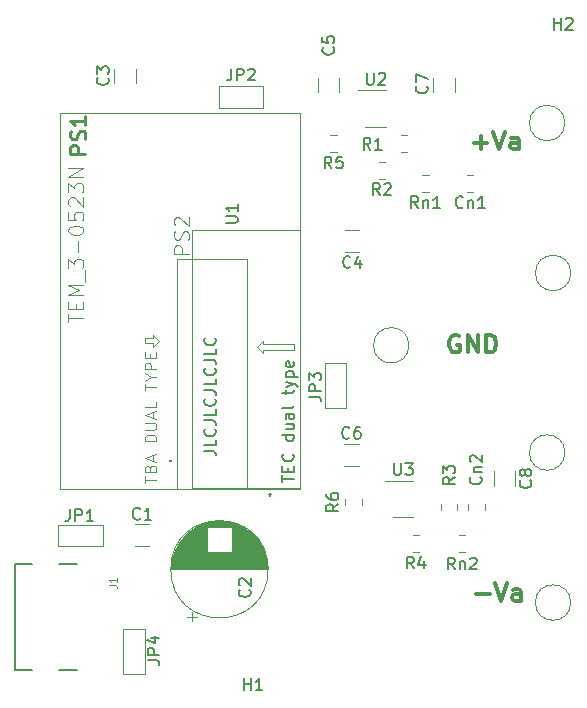
<source format=gbr>
G04 #@! TF.GenerationSoftware,KiCad,Pcbnew,(5.1.7)-1*
G04 #@! TF.CreationDate,2021-05-24T20:06:32+02:00*
G04 #@! TF.ProjectId,dcdcdc,64636463-6463-42e6-9b69-6361645f7063,rev?*
G04 #@! TF.SameCoordinates,Original*
G04 #@! TF.FileFunction,Legend,Top*
G04 #@! TF.FilePolarity,Positive*
%FSLAX46Y46*%
G04 Gerber Fmt 4.6, Leading zero omitted, Abs format (unit mm)*
G04 Created by KiCad (PCBNEW (5.1.7)-1) date 2021-05-24 20:06:32*
%MOMM*%
%LPD*%
G01*
G04 APERTURE LIST*
%ADD10C,0.150000*%
%ADD11C,0.300000*%
%ADD12C,0.120000*%
%ADD13C,0.200000*%
%ADD14C,0.100000*%
%ADD15C,0.127000*%
%ADD16C,0.254000*%
%ADD17C,0.015000*%
%ADD18C,0.124000*%
G04 APERTURE END LIST*
D10*
X14946380Y-37258047D02*
X15660666Y-37258047D01*
X15803523Y-37305666D01*
X15898761Y-37400904D01*
X15946380Y-37543761D01*
X15946380Y-37639000D01*
X15946380Y-36305666D02*
X15946380Y-36781857D01*
X14946380Y-36781857D01*
X15851142Y-35400904D02*
X15898761Y-35448523D01*
X15946380Y-35591380D01*
X15946380Y-35686619D01*
X15898761Y-35829476D01*
X15803523Y-35924714D01*
X15708285Y-35972333D01*
X15517809Y-36019952D01*
X15374952Y-36019952D01*
X15184476Y-35972333D01*
X15089238Y-35924714D01*
X14994000Y-35829476D01*
X14946380Y-35686619D01*
X14946380Y-35591380D01*
X14994000Y-35448523D01*
X15041619Y-35400904D01*
X14946380Y-34686619D02*
X15660666Y-34686619D01*
X15803523Y-34734238D01*
X15898761Y-34829476D01*
X15946380Y-34972333D01*
X15946380Y-35067571D01*
X15946380Y-33734238D02*
X15946380Y-34210428D01*
X14946380Y-34210428D01*
X15851142Y-32829476D02*
X15898761Y-32877095D01*
X15946380Y-33019952D01*
X15946380Y-33115190D01*
X15898761Y-33258047D01*
X15803523Y-33353285D01*
X15708285Y-33400904D01*
X15517809Y-33448523D01*
X15374952Y-33448523D01*
X15184476Y-33400904D01*
X15089238Y-33353285D01*
X14994000Y-33258047D01*
X14946380Y-33115190D01*
X14946380Y-33019952D01*
X14994000Y-32877095D01*
X15041619Y-32829476D01*
X14946380Y-32115190D02*
X15660666Y-32115190D01*
X15803523Y-32162809D01*
X15898761Y-32258047D01*
X15946380Y-32400904D01*
X15946380Y-32496142D01*
X15946380Y-31162809D02*
X15946380Y-31639000D01*
X14946380Y-31639000D01*
X15851142Y-30258047D02*
X15898761Y-30305666D01*
X15946380Y-30448523D01*
X15946380Y-30543761D01*
X15898761Y-30686619D01*
X15803523Y-30781857D01*
X15708285Y-30829476D01*
X15517809Y-30877095D01*
X15374952Y-30877095D01*
X15184476Y-30829476D01*
X15089238Y-30781857D01*
X14994000Y-30686619D01*
X14946380Y-30543761D01*
X14946380Y-30448523D01*
X14994000Y-30305666D01*
X15041619Y-30258047D01*
X14946380Y-29543761D02*
X15660666Y-29543761D01*
X15803523Y-29591380D01*
X15898761Y-29686619D01*
X15946380Y-29829476D01*
X15946380Y-29924714D01*
X15946380Y-28591380D02*
X15946380Y-29067571D01*
X14946380Y-29067571D01*
X15851142Y-27686619D02*
X15898761Y-27734238D01*
X15946380Y-27877095D01*
X15946380Y-27972333D01*
X15898761Y-28115190D01*
X15803523Y-28210428D01*
X15708285Y-28258047D01*
X15517809Y-28305666D01*
X15374952Y-28305666D01*
X15184476Y-28258047D01*
X15089238Y-28210428D01*
X14994000Y-28115190D01*
X14946380Y-27972333D01*
X14946380Y-27877095D01*
X14994000Y-27734238D01*
X15041619Y-27686619D01*
D11*
X36550742Y-27494800D02*
X36407885Y-27423371D01*
X36193600Y-27423371D01*
X35979314Y-27494800D01*
X35836457Y-27637657D01*
X35765028Y-27780514D01*
X35693600Y-28066228D01*
X35693600Y-28280514D01*
X35765028Y-28566228D01*
X35836457Y-28709085D01*
X35979314Y-28851942D01*
X36193600Y-28923371D01*
X36336457Y-28923371D01*
X36550742Y-28851942D01*
X36622171Y-28780514D01*
X36622171Y-28280514D01*
X36336457Y-28280514D01*
X37265028Y-28923371D02*
X37265028Y-27423371D01*
X38122171Y-28923371D01*
X38122171Y-27423371D01*
X38836457Y-28923371D02*
X38836457Y-27423371D01*
X39193600Y-27423371D01*
X39407885Y-27494800D01*
X39550742Y-27637657D01*
X39622171Y-27780514D01*
X39693600Y-28066228D01*
X39693600Y-28280514D01*
X39622171Y-28566228D01*
X39550742Y-28709085D01*
X39407885Y-28851942D01*
X39193600Y-28923371D01*
X38836457Y-28923371D01*
D12*
X22606000Y-28244800D02*
X20624800Y-28244800D01*
X22606000Y-28702000D02*
X20624800Y-28702000D01*
X10668000Y-27686000D02*
X10668000Y-27432000D01*
X10668000Y-28448000D02*
X10668000Y-28143200D01*
X9956800Y-28143200D02*
X9956800Y-27686000D01*
X10668000Y-28143200D02*
X9956800Y-28143200D01*
X9956800Y-27686000D02*
X10668000Y-27686000D01*
X10668000Y-27432000D02*
X11176000Y-27940000D01*
X11176000Y-27940000D02*
X10668000Y-28448000D01*
X19913600Y-28956000D02*
X19405600Y-28448000D01*
X19913600Y-28702000D02*
X19913600Y-28956000D01*
X20624800Y-28702000D02*
X19913600Y-28702000D01*
X22606000Y-28244800D02*
X22606000Y-28702000D01*
X19913600Y-28244800D02*
X20624800Y-28244800D01*
X19913600Y-27940000D02*
X19913600Y-28244800D01*
X19405600Y-28448000D02*
X19913600Y-27940000D01*
D11*
X37794642Y-11156142D02*
X38937500Y-11156142D01*
X38366071Y-11727571D02*
X38366071Y-10584714D01*
X39437500Y-10227571D02*
X39937500Y-11727571D01*
X40437500Y-10227571D01*
X41580357Y-11727571D02*
X41580357Y-10941857D01*
X41508928Y-10799000D01*
X41366071Y-10727571D01*
X41080357Y-10727571D01*
X40937500Y-10799000D01*
X41580357Y-11656142D02*
X41437500Y-11727571D01*
X41080357Y-11727571D01*
X40937500Y-11656142D01*
X40866071Y-11513285D01*
X40866071Y-11370428D01*
X40937500Y-11227571D01*
X41080357Y-11156142D01*
X41437500Y-11156142D01*
X41580357Y-11084714D01*
X37985142Y-49383142D02*
X39128000Y-49383142D01*
X39628000Y-48454571D02*
X40128000Y-49954571D01*
X40628000Y-48454571D01*
X41770857Y-49954571D02*
X41770857Y-49168857D01*
X41699428Y-49026000D01*
X41556571Y-48954571D01*
X41270857Y-48954571D01*
X41128000Y-49026000D01*
X41770857Y-49883142D02*
X41628000Y-49954571D01*
X41270857Y-49954571D01*
X41128000Y-49883142D01*
X41056571Y-49740285D01*
X41056571Y-49597428D01*
X41128000Y-49454571D01*
X41270857Y-49383142D01*
X41628000Y-49383142D01*
X41770857Y-49311714D01*
D12*
X7340000Y-6102064D02*
X7340000Y-4897936D01*
X9160000Y-6102064D02*
X9160000Y-4897936D01*
X28102064Y-20410000D02*
X26897936Y-20410000D01*
X28102064Y-18590000D02*
X26897936Y-18590000D01*
X8117000Y-52345000D02*
X8117000Y-56145000D01*
X8117000Y-56145000D02*
X9917000Y-56145000D01*
X9917000Y-56145000D02*
X9917000Y-52345000D01*
X9917000Y-52345000D02*
X8117000Y-52345000D01*
X9113436Y-43476500D02*
X10317564Y-43476500D01*
X9113436Y-45296500D02*
X10317564Y-45296500D01*
X26998500Y-33634000D02*
X26998500Y-29834000D01*
X26998500Y-29834000D02*
X25198500Y-29834000D01*
X25198500Y-29834000D02*
X25198500Y-33634000D01*
X25198500Y-33634000D02*
X26998500Y-33634000D01*
X19981500Y-6402500D02*
X16181500Y-6402500D01*
X16181500Y-6402500D02*
X16181500Y-8202500D01*
X16181500Y-8202500D02*
X19981500Y-8202500D01*
X19981500Y-8202500D02*
X19981500Y-6402500D01*
X2624500Y-45350000D02*
X6424500Y-45350000D01*
X6424500Y-45350000D02*
X6424500Y-43550000D01*
X6424500Y-43550000D02*
X2624500Y-43550000D01*
X2624500Y-43550000D02*
X2624500Y-45350000D01*
D13*
X20534000Y-40868000D02*
X20534000Y-40868000D01*
X20534000Y-41068000D02*
X20534000Y-41068000D01*
D14*
X2794000Y-40468000D02*
X23114000Y-40468000D01*
X2794000Y-8668000D02*
X2794000Y-40468000D01*
X23114000Y-8668000D02*
X2794000Y-8668000D01*
X23114000Y-40468000D02*
X23114000Y-8668000D01*
D13*
X20534000Y-40868000D02*
G75*
G02*
X20534000Y-41068000I0J-100000D01*
G01*
X20534000Y-41068000D02*
G75*
G02*
X20534000Y-40868000I0J100000D01*
G01*
D12*
X20376000Y-47284000D02*
G75*
G03*
X20376000Y-47284000I-4120000J0D01*
G01*
X12176000Y-47284000D02*
X20336000Y-47284000D01*
X12176000Y-47244000D02*
X20336000Y-47244000D01*
X12176000Y-47204000D02*
X20336000Y-47204000D01*
X12177000Y-47164000D02*
X20335000Y-47164000D01*
X12179000Y-47124000D02*
X20333000Y-47124000D01*
X12180000Y-47084000D02*
X20332000Y-47084000D01*
X12182000Y-47044000D02*
X20330000Y-47044000D01*
X12185000Y-47004000D02*
X20327000Y-47004000D01*
X12188000Y-46964000D02*
X20324000Y-46964000D01*
X12191000Y-46924000D02*
X20321000Y-46924000D01*
X12195000Y-46884000D02*
X20317000Y-46884000D01*
X12199000Y-46844000D02*
X20313000Y-46844000D01*
X12204000Y-46804000D02*
X20308000Y-46804000D01*
X12208000Y-46764000D02*
X20304000Y-46764000D01*
X12214000Y-46724000D02*
X20298000Y-46724000D01*
X12219000Y-46684000D02*
X20293000Y-46684000D01*
X12226000Y-46644000D02*
X20286000Y-46644000D01*
X12232000Y-46604000D02*
X20280000Y-46604000D01*
X12239000Y-46563000D02*
X20273000Y-46563000D01*
X12246000Y-46523000D02*
X20266000Y-46523000D01*
X12254000Y-46483000D02*
X20258000Y-46483000D01*
X12262000Y-46443000D02*
X20250000Y-46443000D01*
X12271000Y-46403000D02*
X20241000Y-46403000D01*
X12280000Y-46363000D02*
X20232000Y-46363000D01*
X12289000Y-46323000D02*
X20223000Y-46323000D01*
X12299000Y-46283000D02*
X20213000Y-46283000D01*
X12309000Y-46243000D02*
X20203000Y-46243000D01*
X12320000Y-46203000D02*
X20192000Y-46203000D01*
X12331000Y-46163000D02*
X20181000Y-46163000D01*
X12342000Y-46123000D02*
X20170000Y-46123000D01*
X12354000Y-46083000D02*
X20158000Y-46083000D01*
X12367000Y-46043000D02*
X20145000Y-46043000D01*
X12379000Y-46003000D02*
X20133000Y-46003000D01*
X12393000Y-45963000D02*
X20119000Y-45963000D01*
X12406000Y-45923000D02*
X20106000Y-45923000D01*
X12421000Y-45883000D02*
X20091000Y-45883000D01*
X12435000Y-45843000D02*
X20077000Y-45843000D01*
X12451000Y-45803000D02*
X15216000Y-45803000D01*
X17296000Y-45803000D02*
X20061000Y-45803000D01*
X12466000Y-45763000D02*
X15216000Y-45763000D01*
X17296000Y-45763000D02*
X20046000Y-45763000D01*
X12482000Y-45723000D02*
X15216000Y-45723000D01*
X17296000Y-45723000D02*
X20030000Y-45723000D01*
X12499000Y-45683000D02*
X15216000Y-45683000D01*
X17296000Y-45683000D02*
X20013000Y-45683000D01*
X12516000Y-45643000D02*
X15216000Y-45643000D01*
X17296000Y-45643000D02*
X19996000Y-45643000D01*
X12534000Y-45603000D02*
X15216000Y-45603000D01*
X17296000Y-45603000D02*
X19978000Y-45603000D01*
X12552000Y-45563000D02*
X15216000Y-45563000D01*
X17296000Y-45563000D02*
X19960000Y-45563000D01*
X12570000Y-45523000D02*
X15216000Y-45523000D01*
X17296000Y-45523000D02*
X19942000Y-45523000D01*
X12590000Y-45483000D02*
X15216000Y-45483000D01*
X17296000Y-45483000D02*
X19922000Y-45483000D01*
X12609000Y-45443000D02*
X15216000Y-45443000D01*
X17296000Y-45443000D02*
X19903000Y-45443000D01*
X12629000Y-45403000D02*
X15216000Y-45403000D01*
X17296000Y-45403000D02*
X19883000Y-45403000D01*
X12650000Y-45363000D02*
X15216000Y-45363000D01*
X17296000Y-45363000D02*
X19862000Y-45363000D01*
X12672000Y-45323000D02*
X15216000Y-45323000D01*
X17296000Y-45323000D02*
X19840000Y-45323000D01*
X12694000Y-45283000D02*
X15216000Y-45283000D01*
X17296000Y-45283000D02*
X19818000Y-45283000D01*
X12716000Y-45243000D02*
X15216000Y-45243000D01*
X17296000Y-45243000D02*
X19796000Y-45243000D01*
X12739000Y-45203000D02*
X15216000Y-45203000D01*
X17296000Y-45203000D02*
X19773000Y-45203000D01*
X12763000Y-45163000D02*
X15216000Y-45163000D01*
X17296000Y-45163000D02*
X19749000Y-45163000D01*
X12787000Y-45123000D02*
X15216000Y-45123000D01*
X17296000Y-45123000D02*
X19725000Y-45123000D01*
X12812000Y-45083000D02*
X15216000Y-45083000D01*
X17296000Y-45083000D02*
X19700000Y-45083000D01*
X12838000Y-45043000D02*
X15216000Y-45043000D01*
X17296000Y-45043000D02*
X19674000Y-45043000D01*
X12864000Y-45003000D02*
X15216000Y-45003000D01*
X17296000Y-45003000D02*
X19648000Y-45003000D01*
X12891000Y-44963000D02*
X15216000Y-44963000D01*
X17296000Y-44963000D02*
X19621000Y-44963000D01*
X12918000Y-44923000D02*
X15216000Y-44923000D01*
X17296000Y-44923000D02*
X19594000Y-44923000D01*
X12947000Y-44883000D02*
X15216000Y-44883000D01*
X17296000Y-44883000D02*
X19565000Y-44883000D01*
X12976000Y-44843000D02*
X15216000Y-44843000D01*
X17296000Y-44843000D02*
X19536000Y-44843000D01*
X13006000Y-44803000D02*
X15216000Y-44803000D01*
X17296000Y-44803000D02*
X19506000Y-44803000D01*
X13036000Y-44763000D02*
X15216000Y-44763000D01*
X17296000Y-44763000D02*
X19476000Y-44763000D01*
X13067000Y-44723000D02*
X15216000Y-44723000D01*
X17296000Y-44723000D02*
X19445000Y-44723000D01*
X13100000Y-44683000D02*
X15216000Y-44683000D01*
X17296000Y-44683000D02*
X19412000Y-44683000D01*
X13132000Y-44643000D02*
X15216000Y-44643000D01*
X17296000Y-44643000D02*
X19380000Y-44643000D01*
X13166000Y-44603000D02*
X15216000Y-44603000D01*
X17296000Y-44603000D02*
X19346000Y-44603000D01*
X13201000Y-44563000D02*
X15216000Y-44563000D01*
X17296000Y-44563000D02*
X19311000Y-44563000D01*
X13237000Y-44523000D02*
X15216000Y-44523000D01*
X17296000Y-44523000D02*
X19275000Y-44523000D01*
X13273000Y-44483000D02*
X15216000Y-44483000D01*
X17296000Y-44483000D02*
X19239000Y-44483000D01*
X13311000Y-44443000D02*
X15216000Y-44443000D01*
X17296000Y-44443000D02*
X19201000Y-44443000D01*
X13349000Y-44403000D02*
X15216000Y-44403000D01*
X17296000Y-44403000D02*
X19163000Y-44403000D01*
X13389000Y-44363000D02*
X15216000Y-44363000D01*
X17296000Y-44363000D02*
X19123000Y-44363000D01*
X13430000Y-44323000D02*
X15216000Y-44323000D01*
X17296000Y-44323000D02*
X19082000Y-44323000D01*
X13472000Y-44283000D02*
X15216000Y-44283000D01*
X17296000Y-44283000D02*
X19040000Y-44283000D01*
X13515000Y-44243000D02*
X15216000Y-44243000D01*
X17296000Y-44243000D02*
X18997000Y-44243000D01*
X13559000Y-44203000D02*
X15216000Y-44203000D01*
X17296000Y-44203000D02*
X18953000Y-44203000D01*
X13605000Y-44163000D02*
X15216000Y-44163000D01*
X17296000Y-44163000D02*
X18907000Y-44163000D01*
X13652000Y-44123000D02*
X15216000Y-44123000D01*
X17296000Y-44123000D02*
X18860000Y-44123000D01*
X13700000Y-44083000D02*
X15216000Y-44083000D01*
X17296000Y-44083000D02*
X18812000Y-44083000D01*
X13751000Y-44043000D02*
X15216000Y-44043000D01*
X17296000Y-44043000D02*
X18761000Y-44043000D01*
X13802000Y-44003000D02*
X15216000Y-44003000D01*
X17296000Y-44003000D02*
X18710000Y-44003000D01*
X13856000Y-43963000D02*
X15216000Y-43963000D01*
X17296000Y-43963000D02*
X18656000Y-43963000D01*
X13911000Y-43923000D02*
X15216000Y-43923000D01*
X17296000Y-43923000D02*
X18601000Y-43923000D01*
X13969000Y-43883000D02*
X15216000Y-43883000D01*
X17296000Y-43883000D02*
X18543000Y-43883000D01*
X14028000Y-43843000D02*
X15216000Y-43843000D01*
X17296000Y-43843000D02*
X18484000Y-43843000D01*
X14090000Y-43803000D02*
X15216000Y-43803000D01*
X17296000Y-43803000D02*
X18422000Y-43803000D01*
X14154000Y-43763000D02*
X15216000Y-43763000D01*
X17296000Y-43763000D02*
X18358000Y-43763000D01*
X14222000Y-43723000D02*
X18290000Y-43723000D01*
X14292000Y-43683000D02*
X18220000Y-43683000D01*
X14366000Y-43643000D02*
X18146000Y-43643000D01*
X14443000Y-43603000D02*
X18069000Y-43603000D01*
X14525000Y-43563000D02*
X17987000Y-43563000D01*
X14611000Y-43523000D02*
X17901000Y-43523000D01*
X14704000Y-43483000D02*
X17808000Y-43483000D01*
X14803000Y-43443000D02*
X17709000Y-43443000D01*
X14910000Y-43403000D02*
X17602000Y-43403000D01*
X15027000Y-43363000D02*
X17485000Y-43363000D01*
X15158000Y-43323000D02*
X17354000Y-43323000D01*
X15308000Y-43283000D02*
X17204000Y-43283000D01*
X15488000Y-43243000D02*
X17024000Y-43243000D01*
X15723000Y-43203000D02*
X16789000Y-43203000D01*
X13941000Y-51693698D02*
X13941000Y-50893698D01*
X13541000Y-51293698D02*
X14341000Y-51293698D01*
D15*
X-1076000Y-46840000D02*
X354000Y-46840000D01*
X2694000Y-46840000D02*
X4154000Y-46840000D01*
X-1076000Y-55780000D02*
X354000Y-55780000D01*
X2694000Y-55780000D02*
X4154000Y-55780000D01*
X-1076000Y-46840000D02*
X-1076000Y-55780000D01*
D12*
X13970000Y-40386000D02*
X13970000Y-18542000D01*
X13970000Y-18542000D02*
X23114000Y-18542000D01*
X23114000Y-18542000D02*
X23114000Y-40386000D01*
X23114000Y-40386000D02*
X13970000Y-40386000D01*
D14*
X18620000Y-40500000D02*
X18620000Y-21000000D01*
X18620000Y-21000000D02*
X12620000Y-21000000D01*
X12620000Y-21000000D02*
X12620000Y-40500000D01*
X12620000Y-40500000D02*
X18620000Y-40500000D01*
D13*
X12170000Y-38100000D02*
X12170000Y-38100000D01*
X12070000Y-38100000D02*
X12070000Y-38100000D01*
X12170000Y-38100000D02*
X12170000Y-38100000D01*
X12070000Y-38100000D02*
G75*
G02*
X12170000Y-38100000I50000J0D01*
G01*
X12170000Y-38100000D02*
G75*
G02*
X12070000Y-38100000I-50000J0D01*
G01*
X12070000Y-38100000D02*
G75*
G02*
X12170000Y-38100000I50000J0D01*
G01*
D12*
X32297500Y-28321000D02*
G75*
G03*
X32297500Y-28321000I-1500000J0D01*
G01*
X37058578Y-45810000D02*
X36541422Y-45810000D01*
X37058578Y-44390000D02*
X36541422Y-44390000D01*
X33958578Y-15310000D02*
X33441422Y-15310000D01*
X33958578Y-13890000D02*
X33441422Y-13890000D01*
X37290000Y-42258578D02*
X37290000Y-41741422D01*
X38710000Y-42258578D02*
X38710000Y-41741422D01*
X37758578Y-15310000D02*
X37241422Y-15310000D01*
X37758578Y-13890000D02*
X37241422Y-13890000D01*
X46000000Y-22200000D02*
G75*
G03*
X46000000Y-22200000I-1500000J0D01*
G01*
X46000000Y-50100000D02*
G75*
G03*
X46000000Y-50100000I-1500000J0D01*
G01*
X45500000Y-37400000D02*
G75*
G03*
X45500000Y-37400000I-1500000J0D01*
G01*
X45500000Y-9500000D02*
G75*
G03*
X45500000Y-9500000I-1500000J0D01*
G01*
X30920000Y-42860000D02*
X32680000Y-42860000D01*
X32680000Y-39790000D02*
X30250000Y-39790000D01*
X28620000Y-9810000D02*
X30380000Y-9810000D01*
X30380000Y-6740000D02*
X27950000Y-6740000D01*
X28310000Y-41341422D02*
X28310000Y-41858578D01*
X26890000Y-41341422D02*
X26890000Y-41858578D01*
X26166578Y-11949500D02*
X25649422Y-11949500D01*
X26166578Y-10529500D02*
X25649422Y-10529500D01*
X34990000Y-42258578D02*
X34990000Y-41741422D01*
X36410000Y-42258578D02*
X36410000Y-41741422D01*
X32641422Y-44390000D02*
X33158578Y-44390000D01*
X32641422Y-45810000D02*
X33158578Y-45810000D01*
X30258578Y-14210000D02*
X29741422Y-14210000D01*
X30258578Y-12790000D02*
X29741422Y-12790000D01*
X32158578Y-11960000D02*
X31641422Y-11960000D01*
X32158578Y-10540000D02*
X31641422Y-10540000D01*
X41310000Y-38997936D02*
X41310000Y-40202064D01*
X39490000Y-38997936D02*
X39490000Y-40202064D01*
X34340000Y-6852064D02*
X34340000Y-5647936D01*
X36160000Y-6852064D02*
X36160000Y-5647936D01*
X26829936Y-36682000D02*
X28034064Y-36682000D01*
X26829936Y-38502000D02*
X28034064Y-38502000D01*
X26410000Y-5647936D02*
X26410000Y-6852064D01*
X24590000Y-5647936D02*
X24590000Y-6852064D01*
D10*
X6787142Y-5666666D02*
X6834761Y-5714285D01*
X6882380Y-5857142D01*
X6882380Y-5952380D01*
X6834761Y-6095238D01*
X6739523Y-6190476D01*
X6644285Y-6238095D01*
X6453809Y-6285714D01*
X6310952Y-6285714D01*
X6120476Y-6238095D01*
X6025238Y-6190476D01*
X5930000Y-6095238D01*
X5882380Y-5952380D01*
X5882380Y-5857142D01*
X5930000Y-5714285D01*
X5977619Y-5666666D01*
X5882380Y-5333333D02*
X5882380Y-4714285D01*
X6263333Y-5047619D01*
X6263333Y-4904761D01*
X6310952Y-4809523D01*
X6358571Y-4761904D01*
X6453809Y-4714285D01*
X6691904Y-4714285D01*
X6787142Y-4761904D01*
X6834761Y-4809523D01*
X6882380Y-4904761D01*
X6882380Y-5190476D01*
X6834761Y-5285714D01*
X6787142Y-5333333D01*
X27333333Y-21677142D02*
X27285714Y-21724761D01*
X27142857Y-21772380D01*
X27047619Y-21772380D01*
X26904761Y-21724761D01*
X26809523Y-21629523D01*
X26761904Y-21534285D01*
X26714285Y-21343809D01*
X26714285Y-21200952D01*
X26761904Y-21010476D01*
X26809523Y-20915238D01*
X26904761Y-20820000D01*
X27047619Y-20772380D01*
X27142857Y-20772380D01*
X27285714Y-20820000D01*
X27333333Y-20867619D01*
X28190476Y-21105714D02*
X28190476Y-21772380D01*
X27952380Y-20724761D02*
X27714285Y-21439047D01*
X28333333Y-21439047D01*
X10169380Y-54978333D02*
X10883666Y-54978333D01*
X11026523Y-55025952D01*
X11121761Y-55121190D01*
X11169380Y-55264047D01*
X11169380Y-55359285D01*
X11169380Y-54502142D02*
X10169380Y-54502142D01*
X10169380Y-54121190D01*
X10217000Y-54025952D01*
X10264619Y-53978333D01*
X10359857Y-53930714D01*
X10502714Y-53930714D01*
X10597952Y-53978333D01*
X10645571Y-54025952D01*
X10693190Y-54121190D01*
X10693190Y-54502142D01*
X10502714Y-53073571D02*
X11169380Y-53073571D01*
X10121761Y-53311666D02*
X10836047Y-53549761D01*
X10836047Y-52930714D01*
X9536133Y-42978342D02*
X9488514Y-43025961D01*
X9345657Y-43073580D01*
X9250419Y-43073580D01*
X9107561Y-43025961D01*
X9012323Y-42930723D01*
X8964704Y-42835485D01*
X8917085Y-42645009D01*
X8917085Y-42502152D01*
X8964704Y-42311676D01*
X9012323Y-42216438D01*
X9107561Y-42121200D01*
X9250419Y-42073580D01*
X9345657Y-42073580D01*
X9488514Y-42121200D01*
X9536133Y-42168819D01*
X10488514Y-43073580D02*
X9917085Y-43073580D01*
X10202800Y-43073580D02*
X10202800Y-42073580D01*
X10107561Y-42216438D01*
X10012323Y-42311676D01*
X9917085Y-42359295D01*
X23850880Y-32667333D02*
X24565166Y-32667333D01*
X24708023Y-32714952D01*
X24803261Y-32810190D01*
X24850880Y-32953047D01*
X24850880Y-33048285D01*
X24850880Y-32191142D02*
X23850880Y-32191142D01*
X23850880Y-31810190D01*
X23898500Y-31714952D01*
X23946119Y-31667333D01*
X24041357Y-31619714D01*
X24184214Y-31619714D01*
X24279452Y-31667333D01*
X24327071Y-31714952D01*
X24374690Y-31810190D01*
X24374690Y-32191142D01*
X23850880Y-31286380D02*
X23850880Y-30667333D01*
X24231833Y-31000666D01*
X24231833Y-30857809D01*
X24279452Y-30762571D01*
X24327071Y-30714952D01*
X24422309Y-30667333D01*
X24660404Y-30667333D01*
X24755642Y-30714952D01*
X24803261Y-30762571D01*
X24850880Y-30857809D01*
X24850880Y-31143523D01*
X24803261Y-31238761D01*
X24755642Y-31286380D01*
X17251466Y-4887980D02*
X17251466Y-5602266D01*
X17203847Y-5745123D01*
X17108609Y-5840361D01*
X16965752Y-5887980D01*
X16870514Y-5887980D01*
X17727657Y-5887980D02*
X17727657Y-4887980D01*
X18108609Y-4887980D01*
X18203847Y-4935600D01*
X18251466Y-4983219D01*
X18299085Y-5078457D01*
X18299085Y-5221314D01*
X18251466Y-5316552D01*
X18203847Y-5364171D01*
X18108609Y-5411790D01*
X17727657Y-5411790D01*
X18680038Y-4983219D02*
X18727657Y-4935600D01*
X18822895Y-4887980D01*
X19060990Y-4887980D01*
X19156228Y-4935600D01*
X19203847Y-4983219D01*
X19251466Y-5078457D01*
X19251466Y-5173695D01*
X19203847Y-5316552D01*
X18632419Y-5887980D01*
X19251466Y-5887980D01*
X3591166Y-42202380D02*
X3591166Y-42916666D01*
X3543547Y-43059523D01*
X3448309Y-43154761D01*
X3305452Y-43202380D01*
X3210214Y-43202380D01*
X4067357Y-43202380D02*
X4067357Y-42202380D01*
X4448309Y-42202380D01*
X4543547Y-42250000D01*
X4591166Y-42297619D01*
X4638785Y-42392857D01*
X4638785Y-42535714D01*
X4591166Y-42630952D01*
X4543547Y-42678571D01*
X4448309Y-42726190D01*
X4067357Y-42726190D01*
X5591166Y-43202380D02*
X5019738Y-43202380D01*
X5305452Y-43202380D02*
X5305452Y-42202380D01*
X5210214Y-42345238D01*
X5114976Y-42440476D01*
X5019738Y-42488095D01*
D16*
X4892523Y-12083142D02*
X3622523Y-12083142D01*
X3622523Y-11599333D01*
X3683000Y-11478380D01*
X3743476Y-11417904D01*
X3864428Y-11357428D01*
X4045857Y-11357428D01*
X4166809Y-11417904D01*
X4227285Y-11478380D01*
X4287761Y-11599333D01*
X4287761Y-12083142D01*
X4832047Y-10873619D02*
X4892523Y-10692190D01*
X4892523Y-10389809D01*
X4832047Y-10268857D01*
X4771571Y-10208380D01*
X4650619Y-10147904D01*
X4529666Y-10147904D01*
X4408714Y-10208380D01*
X4348238Y-10268857D01*
X4287761Y-10389809D01*
X4227285Y-10631714D01*
X4166809Y-10752666D01*
X4106333Y-10813142D01*
X3985380Y-10873619D01*
X3864428Y-10873619D01*
X3743476Y-10813142D01*
X3683000Y-10752666D01*
X3622523Y-10631714D01*
X3622523Y-10329333D01*
X3683000Y-10147904D01*
X4892523Y-8938380D02*
X4892523Y-9664095D01*
X4892523Y-9301238D02*
X3622523Y-9301238D01*
X3803952Y-9422190D01*
X3924904Y-9543142D01*
X3985380Y-9664095D01*
D14*
X3470123Y-26383342D02*
X3470123Y-25657628D01*
X4740123Y-26020485D02*
X3470123Y-26020485D01*
X4074885Y-25234295D02*
X4074885Y-24810961D01*
X4740123Y-24629533D02*
X4740123Y-25234295D01*
X3470123Y-25234295D01*
X3470123Y-24629533D01*
X4740123Y-24085247D02*
X3470123Y-24085247D01*
X4377266Y-23661914D01*
X3470123Y-23238580D01*
X4740123Y-23238580D01*
X4861076Y-22936200D02*
X4861076Y-21968580D01*
X3470123Y-21787152D02*
X3470123Y-21000961D01*
X3953933Y-21424295D01*
X3953933Y-21242866D01*
X4014409Y-21121914D01*
X4074885Y-21061438D01*
X4195838Y-21000961D01*
X4498219Y-21000961D01*
X4619171Y-21061438D01*
X4679647Y-21121914D01*
X4740123Y-21242866D01*
X4740123Y-21605723D01*
X4679647Y-21726676D01*
X4619171Y-21787152D01*
X4256314Y-20456676D02*
X4256314Y-19489057D01*
X3470123Y-18642390D02*
X3470123Y-18521438D01*
X3530600Y-18400485D01*
X3591076Y-18340009D01*
X3712028Y-18279533D01*
X3953933Y-18219057D01*
X4256314Y-18219057D01*
X4498219Y-18279533D01*
X4619171Y-18340009D01*
X4679647Y-18400485D01*
X4740123Y-18521438D01*
X4740123Y-18642390D01*
X4679647Y-18763342D01*
X4619171Y-18823819D01*
X4498219Y-18884295D01*
X4256314Y-18944771D01*
X3953933Y-18944771D01*
X3712028Y-18884295D01*
X3591076Y-18823819D01*
X3530600Y-18763342D01*
X3470123Y-18642390D01*
X3470123Y-17070009D02*
X3470123Y-17674771D01*
X4074885Y-17735247D01*
X4014409Y-17674771D01*
X3953933Y-17553819D01*
X3953933Y-17251438D01*
X4014409Y-17130485D01*
X4074885Y-17070009D01*
X4195838Y-17009533D01*
X4498219Y-17009533D01*
X4619171Y-17070009D01*
X4679647Y-17130485D01*
X4740123Y-17251438D01*
X4740123Y-17553819D01*
X4679647Y-17674771D01*
X4619171Y-17735247D01*
X3591076Y-16525723D02*
X3530600Y-16465247D01*
X3470123Y-16344295D01*
X3470123Y-16041914D01*
X3530600Y-15920961D01*
X3591076Y-15860485D01*
X3712028Y-15800009D01*
X3832980Y-15800009D01*
X4014409Y-15860485D01*
X4740123Y-16586200D01*
X4740123Y-15800009D01*
X3470123Y-15376676D02*
X3470123Y-14590485D01*
X3953933Y-15013819D01*
X3953933Y-14832390D01*
X4014409Y-14711438D01*
X4074885Y-14650961D01*
X4195838Y-14590485D01*
X4498219Y-14590485D01*
X4619171Y-14650961D01*
X4679647Y-14711438D01*
X4740123Y-14832390D01*
X4740123Y-15195247D01*
X4679647Y-15316200D01*
X4619171Y-15376676D01*
X4740123Y-14046200D02*
X3470123Y-14046200D01*
X4740123Y-13320485D01*
X3470123Y-13320485D01*
D10*
X18797542Y-49010866D02*
X18845161Y-49058485D01*
X18892780Y-49201342D01*
X18892780Y-49296580D01*
X18845161Y-49439438D01*
X18749923Y-49534676D01*
X18654685Y-49582295D01*
X18464209Y-49629914D01*
X18321352Y-49629914D01*
X18130876Y-49582295D01*
X18035638Y-49534676D01*
X17940400Y-49439438D01*
X17892780Y-49296580D01*
X17892780Y-49201342D01*
X17940400Y-49058485D01*
X17988019Y-49010866D01*
X17988019Y-48629914D02*
X17940400Y-48582295D01*
X17892780Y-48487057D01*
X17892780Y-48248961D01*
X17940400Y-48153723D01*
X17988019Y-48106104D01*
X18083257Y-48058485D01*
X18178495Y-48058485D01*
X18321352Y-48106104D01*
X18892780Y-48677533D01*
X18892780Y-48058485D01*
D17*
X6933123Y-48654533D02*
X7390266Y-48654533D01*
X7481695Y-48685009D01*
X7542647Y-48745961D01*
X7573123Y-48837390D01*
X7573123Y-48898342D01*
X7573123Y-48014533D02*
X7573123Y-48380247D01*
X7573123Y-48197390D02*
X6933123Y-48197390D01*
X7024552Y-48258342D01*
X7085504Y-48319295D01*
X7115980Y-48380247D01*
D10*
X18313495Y-57526180D02*
X18313495Y-56526180D01*
X18313495Y-57002371D02*
X18884923Y-57002371D01*
X18884923Y-57526180D02*
X18884923Y-56526180D01*
X19884923Y-57526180D02*
X19313495Y-57526180D01*
X19599209Y-57526180D02*
X19599209Y-56526180D01*
X19503971Y-56669038D01*
X19408733Y-56764276D01*
X19313495Y-56811895D01*
X16787880Y-17970404D02*
X17597404Y-17970404D01*
X17692642Y-17922785D01*
X17740261Y-17875166D01*
X17787880Y-17779928D01*
X17787880Y-17589452D01*
X17740261Y-17494214D01*
X17692642Y-17446595D01*
X17597404Y-17398976D01*
X16787880Y-17398976D01*
X17787880Y-16398976D02*
X17787880Y-16970404D01*
X17787880Y-16684690D02*
X16787880Y-16684690D01*
X16930738Y-16779928D01*
X17025976Y-16875166D01*
X17073595Y-16970404D01*
X21550380Y-39913866D02*
X21550380Y-39342438D01*
X22550380Y-39628152D02*
X21550380Y-39628152D01*
X22026571Y-39009104D02*
X22026571Y-38675771D01*
X22550380Y-38532914D02*
X22550380Y-39009104D01*
X21550380Y-39009104D01*
X21550380Y-38532914D01*
X22455142Y-37532914D02*
X22502761Y-37580533D01*
X22550380Y-37723390D01*
X22550380Y-37818628D01*
X22502761Y-37961485D01*
X22407523Y-38056723D01*
X22312285Y-38104342D01*
X22121809Y-38151961D01*
X21978952Y-38151961D01*
X21788476Y-38104342D01*
X21693238Y-38056723D01*
X21598000Y-37961485D01*
X21550380Y-37818628D01*
X21550380Y-37723390D01*
X21598000Y-37580533D01*
X21645619Y-37532914D01*
X22550380Y-35913866D02*
X21550380Y-35913866D01*
X22502761Y-35913866D02*
X22550380Y-36009104D01*
X22550380Y-36199580D01*
X22502761Y-36294819D01*
X22455142Y-36342438D01*
X22359904Y-36390057D01*
X22074190Y-36390057D01*
X21978952Y-36342438D01*
X21931333Y-36294819D01*
X21883714Y-36199580D01*
X21883714Y-36009104D01*
X21931333Y-35913866D01*
X21883714Y-35009104D02*
X22550380Y-35009104D01*
X21883714Y-35437676D02*
X22407523Y-35437676D01*
X22502761Y-35390057D01*
X22550380Y-35294819D01*
X22550380Y-35151961D01*
X22502761Y-35056723D01*
X22455142Y-35009104D01*
X22550380Y-34104342D02*
X22026571Y-34104342D01*
X21931333Y-34151961D01*
X21883714Y-34247200D01*
X21883714Y-34437676D01*
X21931333Y-34532914D01*
X22502761Y-34104342D02*
X22550380Y-34199580D01*
X22550380Y-34437676D01*
X22502761Y-34532914D01*
X22407523Y-34580533D01*
X22312285Y-34580533D01*
X22217047Y-34532914D01*
X22169428Y-34437676D01*
X22169428Y-34199580D01*
X22121809Y-34104342D01*
X22550380Y-33485295D02*
X22502761Y-33580533D01*
X22407523Y-33628152D01*
X21550380Y-33628152D01*
X21883714Y-32485295D02*
X21883714Y-32104342D01*
X21550380Y-32342438D02*
X22407523Y-32342438D01*
X22502761Y-32294819D01*
X22550380Y-32199580D01*
X22550380Y-32104342D01*
X21883714Y-31866247D02*
X22550380Y-31628152D01*
X21883714Y-31390057D02*
X22550380Y-31628152D01*
X22788476Y-31723390D01*
X22836095Y-31771009D01*
X22883714Y-31866247D01*
X21883714Y-31009104D02*
X22883714Y-31009104D01*
X21931333Y-31009104D02*
X21883714Y-30913866D01*
X21883714Y-30723390D01*
X21931333Y-30628152D01*
X21978952Y-30580533D01*
X22074190Y-30532914D01*
X22359904Y-30532914D01*
X22455142Y-30580533D01*
X22502761Y-30628152D01*
X22550380Y-30723390D01*
X22550380Y-30913866D01*
X22502761Y-31009104D01*
X22502761Y-29723390D02*
X22550380Y-29818628D01*
X22550380Y-30009104D01*
X22502761Y-30104342D01*
X22407523Y-30151961D01*
X22026571Y-30151961D01*
X21931333Y-30104342D01*
X21883714Y-30009104D01*
X21883714Y-29818628D01*
X21931333Y-29723390D01*
X22026571Y-29675771D01*
X22121809Y-29675771D01*
X22217047Y-30151961D01*
D14*
X13680923Y-20592142D02*
X12410923Y-20592142D01*
X12410923Y-20108333D01*
X12471400Y-19987380D01*
X12531876Y-19926904D01*
X12652828Y-19866428D01*
X12834257Y-19866428D01*
X12955209Y-19926904D01*
X13015685Y-19987380D01*
X13076161Y-20108333D01*
X13076161Y-20592142D01*
X13620447Y-19382619D02*
X13680923Y-19201190D01*
X13680923Y-18898809D01*
X13620447Y-18777857D01*
X13559971Y-18717380D01*
X13439019Y-18656904D01*
X13318066Y-18656904D01*
X13197114Y-18717380D01*
X13136638Y-18777857D01*
X13076161Y-18898809D01*
X13015685Y-19140714D01*
X12955209Y-19261666D01*
X12894733Y-19322142D01*
X12773780Y-19382619D01*
X12652828Y-19382619D01*
X12531876Y-19322142D01*
X12471400Y-19261666D01*
X12410923Y-19140714D01*
X12410923Y-18838333D01*
X12471400Y-18656904D01*
X12531876Y-18173095D02*
X12471400Y-18112619D01*
X12410923Y-17991666D01*
X12410923Y-17689285D01*
X12471400Y-17568333D01*
X12531876Y-17507857D01*
X12652828Y-17447380D01*
X12773780Y-17447380D01*
X12955209Y-17507857D01*
X13680923Y-18233571D01*
X13680923Y-17447380D01*
D18*
X9917180Y-39986838D02*
X9917180Y-39415409D01*
X10917180Y-39701123D02*
X9917180Y-39701123D01*
X10393371Y-38748742D02*
X10440990Y-38605885D01*
X10488609Y-38558266D01*
X10583847Y-38510647D01*
X10726704Y-38510647D01*
X10821942Y-38558266D01*
X10869561Y-38605885D01*
X10917180Y-38701123D01*
X10917180Y-39082076D01*
X9917180Y-39082076D01*
X9917180Y-38748742D01*
X9964800Y-38653504D01*
X10012419Y-38605885D01*
X10107657Y-38558266D01*
X10202895Y-38558266D01*
X10298133Y-38605885D01*
X10345752Y-38653504D01*
X10393371Y-38748742D01*
X10393371Y-39082076D01*
X10631466Y-38129695D02*
X10631466Y-37653504D01*
X10917180Y-38224933D02*
X9917180Y-37891600D01*
X10917180Y-37558266D01*
X10917180Y-36463028D02*
X9917180Y-36463028D01*
X9917180Y-36224933D01*
X9964800Y-36082076D01*
X10060038Y-35986838D01*
X10155276Y-35939219D01*
X10345752Y-35891600D01*
X10488609Y-35891600D01*
X10679085Y-35939219D01*
X10774323Y-35986838D01*
X10869561Y-36082076D01*
X10917180Y-36224933D01*
X10917180Y-36463028D01*
X9917180Y-35463028D02*
X10726704Y-35463028D01*
X10821942Y-35415409D01*
X10869561Y-35367790D01*
X10917180Y-35272552D01*
X10917180Y-35082076D01*
X10869561Y-34986838D01*
X10821942Y-34939219D01*
X10726704Y-34891600D01*
X9917180Y-34891600D01*
X10631466Y-34463028D02*
X10631466Y-33986838D01*
X10917180Y-34558266D02*
X9917180Y-34224933D01*
X10917180Y-33891600D01*
X10917180Y-33082076D02*
X10917180Y-33558266D01*
X9917180Y-33558266D01*
X9917180Y-32129695D02*
X9917180Y-31558266D01*
X10917180Y-31843980D02*
X9917180Y-31843980D01*
X10440990Y-31034457D02*
X10917180Y-31034457D01*
X9917180Y-31367790D02*
X10440990Y-31034457D01*
X9917180Y-30701123D01*
X10917180Y-30367790D02*
X9917180Y-30367790D01*
X9917180Y-29986838D01*
X9964800Y-29891600D01*
X10012419Y-29843980D01*
X10107657Y-29796361D01*
X10250514Y-29796361D01*
X10345752Y-29843980D01*
X10393371Y-29891600D01*
X10440990Y-29986838D01*
X10440990Y-30367790D01*
X10393371Y-29367790D02*
X10393371Y-29034457D01*
X10917180Y-28891600D02*
X10917180Y-29367790D01*
X9917180Y-29367790D01*
X9917180Y-28891600D01*
D10*
X36185552Y-47289980D02*
X35852219Y-46813790D01*
X35614123Y-47289980D02*
X35614123Y-46289980D01*
X35995076Y-46289980D01*
X36090314Y-46337600D01*
X36137933Y-46385219D01*
X36185552Y-46480457D01*
X36185552Y-46623314D01*
X36137933Y-46718552D01*
X36090314Y-46766171D01*
X35995076Y-46813790D01*
X35614123Y-46813790D01*
X36614123Y-46623314D02*
X36614123Y-47289980D01*
X36614123Y-46718552D02*
X36661742Y-46670933D01*
X36756980Y-46623314D01*
X36899838Y-46623314D01*
X36995076Y-46670933D01*
X37042695Y-46766171D01*
X37042695Y-47289980D01*
X37471266Y-46385219D02*
X37518885Y-46337600D01*
X37614123Y-46289980D01*
X37852219Y-46289980D01*
X37947457Y-46337600D01*
X37995076Y-46385219D01*
X38042695Y-46480457D01*
X38042695Y-46575695D01*
X37995076Y-46718552D01*
X37423647Y-47289980D01*
X38042695Y-47289980D01*
X33080952Y-16702380D02*
X32747619Y-16226190D01*
X32509523Y-16702380D02*
X32509523Y-15702380D01*
X32890476Y-15702380D01*
X32985714Y-15750000D01*
X33033333Y-15797619D01*
X33080952Y-15892857D01*
X33080952Y-16035714D01*
X33033333Y-16130952D01*
X32985714Y-16178571D01*
X32890476Y-16226190D01*
X32509523Y-16226190D01*
X33509523Y-16035714D02*
X33509523Y-16702380D01*
X33509523Y-16130952D02*
X33557142Y-16083333D01*
X33652380Y-16035714D01*
X33795238Y-16035714D01*
X33890476Y-16083333D01*
X33938095Y-16178571D01*
X33938095Y-16702380D01*
X34938095Y-16702380D02*
X34366666Y-16702380D01*
X34652380Y-16702380D02*
X34652380Y-15702380D01*
X34557142Y-15845238D01*
X34461904Y-15940476D01*
X34366666Y-15988095D01*
X38355542Y-39481047D02*
X38403161Y-39528666D01*
X38450780Y-39671523D01*
X38450780Y-39766761D01*
X38403161Y-39909619D01*
X38307923Y-40004857D01*
X38212685Y-40052476D01*
X38022209Y-40100095D01*
X37879352Y-40100095D01*
X37688876Y-40052476D01*
X37593638Y-40004857D01*
X37498400Y-39909619D01*
X37450780Y-39766761D01*
X37450780Y-39671523D01*
X37498400Y-39528666D01*
X37546019Y-39481047D01*
X37784114Y-39052476D02*
X38450780Y-39052476D01*
X37879352Y-39052476D02*
X37831733Y-39004857D01*
X37784114Y-38909619D01*
X37784114Y-38766761D01*
X37831733Y-38671523D01*
X37926971Y-38623904D01*
X38450780Y-38623904D01*
X37546019Y-38195333D02*
X37498400Y-38147714D01*
X37450780Y-38052476D01*
X37450780Y-37814380D01*
X37498400Y-37719142D01*
X37546019Y-37671523D01*
X37641257Y-37623904D01*
X37736495Y-37623904D01*
X37879352Y-37671523D01*
X38450780Y-38242952D01*
X38450780Y-37623904D01*
X36880952Y-16607142D02*
X36833333Y-16654761D01*
X36690476Y-16702380D01*
X36595238Y-16702380D01*
X36452380Y-16654761D01*
X36357142Y-16559523D01*
X36309523Y-16464285D01*
X36261904Y-16273809D01*
X36261904Y-16130952D01*
X36309523Y-15940476D01*
X36357142Y-15845238D01*
X36452380Y-15750000D01*
X36595238Y-15702380D01*
X36690476Y-15702380D01*
X36833333Y-15750000D01*
X36880952Y-15797619D01*
X37309523Y-16035714D02*
X37309523Y-16702380D01*
X37309523Y-16130952D02*
X37357142Y-16083333D01*
X37452380Y-16035714D01*
X37595238Y-16035714D01*
X37690476Y-16083333D01*
X37738095Y-16178571D01*
X37738095Y-16702380D01*
X38738095Y-16702380D02*
X38166666Y-16702380D01*
X38452380Y-16702380D02*
X38452380Y-15702380D01*
X38357142Y-15845238D01*
X38261904Y-15940476D01*
X38166666Y-15988095D01*
X31038095Y-38302380D02*
X31038095Y-39111904D01*
X31085714Y-39207142D01*
X31133333Y-39254761D01*
X31228571Y-39302380D01*
X31419047Y-39302380D01*
X31514285Y-39254761D01*
X31561904Y-39207142D01*
X31609523Y-39111904D01*
X31609523Y-38302380D01*
X31990476Y-38302380D02*
X32609523Y-38302380D01*
X32276190Y-38683333D01*
X32419047Y-38683333D01*
X32514285Y-38730952D01*
X32561904Y-38778571D01*
X32609523Y-38873809D01*
X32609523Y-39111904D01*
X32561904Y-39207142D01*
X32514285Y-39254761D01*
X32419047Y-39302380D01*
X32133333Y-39302380D01*
X32038095Y-39254761D01*
X31990476Y-39207142D01*
X28738095Y-5252380D02*
X28738095Y-6061904D01*
X28785714Y-6157142D01*
X28833333Y-6204761D01*
X28928571Y-6252380D01*
X29119047Y-6252380D01*
X29214285Y-6204761D01*
X29261904Y-6157142D01*
X29309523Y-6061904D01*
X29309523Y-5252380D01*
X29738095Y-5347619D02*
X29785714Y-5300000D01*
X29880952Y-5252380D01*
X30119047Y-5252380D01*
X30214285Y-5300000D01*
X30261904Y-5347619D01*
X30309523Y-5442857D01*
X30309523Y-5538095D01*
X30261904Y-5680952D01*
X29690476Y-6252380D01*
X30309523Y-6252380D01*
X26309580Y-41771866D02*
X25833390Y-42105200D01*
X26309580Y-42343295D02*
X25309580Y-42343295D01*
X25309580Y-41962342D01*
X25357200Y-41867104D01*
X25404819Y-41819485D01*
X25500057Y-41771866D01*
X25642914Y-41771866D01*
X25738152Y-41819485D01*
X25785771Y-41867104D01*
X25833390Y-41962342D01*
X25833390Y-42343295D01*
X25309580Y-40914723D02*
X25309580Y-41105200D01*
X25357200Y-41200438D01*
X25404819Y-41248057D01*
X25547676Y-41343295D01*
X25738152Y-41390914D01*
X26119104Y-41390914D01*
X26214342Y-41343295D01*
X26261961Y-41295676D01*
X26309580Y-41200438D01*
X26309580Y-41009961D01*
X26261961Y-40914723D01*
X26214342Y-40867104D01*
X26119104Y-40819485D01*
X25881009Y-40819485D01*
X25785771Y-40867104D01*
X25738152Y-40914723D01*
X25690533Y-41009961D01*
X25690533Y-41200438D01*
X25738152Y-41295676D01*
X25785771Y-41343295D01*
X25881009Y-41390914D01*
X25741333Y-13341880D02*
X25408000Y-12865690D01*
X25169904Y-13341880D02*
X25169904Y-12341880D01*
X25550857Y-12341880D01*
X25646095Y-12389500D01*
X25693714Y-12437119D01*
X25741333Y-12532357D01*
X25741333Y-12675214D01*
X25693714Y-12770452D01*
X25646095Y-12818071D01*
X25550857Y-12865690D01*
X25169904Y-12865690D01*
X26646095Y-12341880D02*
X26169904Y-12341880D01*
X26122285Y-12818071D01*
X26169904Y-12770452D01*
X26265142Y-12722833D01*
X26503238Y-12722833D01*
X26598476Y-12770452D01*
X26646095Y-12818071D01*
X26693714Y-12913309D01*
X26693714Y-13151404D01*
X26646095Y-13246642D01*
X26598476Y-13294261D01*
X26503238Y-13341880D01*
X26265142Y-13341880D01*
X26169904Y-13294261D01*
X26122285Y-13246642D01*
X36164780Y-39485866D02*
X35688590Y-39819200D01*
X36164780Y-40057295D02*
X35164780Y-40057295D01*
X35164780Y-39676342D01*
X35212400Y-39581104D01*
X35260019Y-39533485D01*
X35355257Y-39485866D01*
X35498114Y-39485866D01*
X35593352Y-39533485D01*
X35640971Y-39581104D01*
X35688590Y-39676342D01*
X35688590Y-40057295D01*
X35164780Y-39152533D02*
X35164780Y-38533485D01*
X35545733Y-38866819D01*
X35545733Y-38723961D01*
X35593352Y-38628723D01*
X35640971Y-38581104D01*
X35736209Y-38533485D01*
X35974304Y-38533485D01*
X36069542Y-38581104D01*
X36117161Y-38628723D01*
X36164780Y-38723961D01*
X36164780Y-39009676D01*
X36117161Y-39104914D01*
X36069542Y-39152533D01*
X32726333Y-47213780D02*
X32393000Y-46737590D01*
X32154904Y-47213780D02*
X32154904Y-46213780D01*
X32535857Y-46213780D01*
X32631095Y-46261400D01*
X32678714Y-46309019D01*
X32726333Y-46404257D01*
X32726333Y-46547114D01*
X32678714Y-46642352D01*
X32631095Y-46689971D01*
X32535857Y-46737590D01*
X32154904Y-46737590D01*
X33583476Y-46547114D02*
X33583476Y-47213780D01*
X33345380Y-46166161D02*
X33107285Y-46880447D01*
X33726333Y-46880447D01*
X29833333Y-15602380D02*
X29500000Y-15126190D01*
X29261904Y-15602380D02*
X29261904Y-14602380D01*
X29642857Y-14602380D01*
X29738095Y-14650000D01*
X29785714Y-14697619D01*
X29833333Y-14792857D01*
X29833333Y-14935714D01*
X29785714Y-15030952D01*
X29738095Y-15078571D01*
X29642857Y-15126190D01*
X29261904Y-15126190D01*
X30214285Y-14697619D02*
X30261904Y-14650000D01*
X30357142Y-14602380D01*
X30595238Y-14602380D01*
X30690476Y-14650000D01*
X30738095Y-14697619D01*
X30785714Y-14792857D01*
X30785714Y-14888095D01*
X30738095Y-15030952D01*
X30166666Y-15602380D01*
X30785714Y-15602380D01*
X29043333Y-11755380D02*
X28710000Y-11279190D01*
X28471904Y-11755380D02*
X28471904Y-10755380D01*
X28852857Y-10755380D01*
X28948095Y-10803000D01*
X28995714Y-10850619D01*
X29043333Y-10945857D01*
X29043333Y-11088714D01*
X28995714Y-11183952D01*
X28948095Y-11231571D01*
X28852857Y-11279190D01*
X28471904Y-11279190D01*
X29995714Y-11755380D02*
X29424285Y-11755380D01*
X29710000Y-11755380D02*
X29710000Y-10755380D01*
X29614761Y-10898238D01*
X29519523Y-10993476D01*
X29424285Y-11041095D01*
X44577095Y-1595380D02*
X44577095Y-595380D01*
X44577095Y-1071571D02*
X45148523Y-1071571D01*
X45148523Y-1595380D02*
X45148523Y-595380D01*
X45577095Y-690619D02*
X45624714Y-643000D01*
X45719952Y-595380D01*
X45958047Y-595380D01*
X46053285Y-643000D01*
X46100904Y-690619D01*
X46148523Y-785857D01*
X46148523Y-881095D01*
X46100904Y-1023952D01*
X45529476Y-1595380D01*
X46148523Y-1595380D01*
X42577142Y-39766666D02*
X42624761Y-39814285D01*
X42672380Y-39957142D01*
X42672380Y-40052380D01*
X42624761Y-40195238D01*
X42529523Y-40290476D01*
X42434285Y-40338095D01*
X42243809Y-40385714D01*
X42100952Y-40385714D01*
X41910476Y-40338095D01*
X41815238Y-40290476D01*
X41720000Y-40195238D01*
X41672380Y-40052380D01*
X41672380Y-39957142D01*
X41720000Y-39814285D01*
X41767619Y-39766666D01*
X42100952Y-39195238D02*
X42053333Y-39290476D01*
X42005714Y-39338095D01*
X41910476Y-39385714D01*
X41862857Y-39385714D01*
X41767619Y-39338095D01*
X41720000Y-39290476D01*
X41672380Y-39195238D01*
X41672380Y-39004761D01*
X41720000Y-38909523D01*
X41767619Y-38861904D01*
X41862857Y-38814285D01*
X41910476Y-38814285D01*
X42005714Y-38861904D01*
X42053333Y-38909523D01*
X42100952Y-39004761D01*
X42100952Y-39195238D01*
X42148571Y-39290476D01*
X42196190Y-39338095D01*
X42291428Y-39385714D01*
X42481904Y-39385714D01*
X42577142Y-39338095D01*
X42624761Y-39290476D01*
X42672380Y-39195238D01*
X42672380Y-39004761D01*
X42624761Y-38909523D01*
X42577142Y-38861904D01*
X42481904Y-38814285D01*
X42291428Y-38814285D01*
X42196190Y-38861904D01*
X42148571Y-38909523D01*
X42100952Y-39004761D01*
X33787142Y-6366666D02*
X33834761Y-6414285D01*
X33882380Y-6557142D01*
X33882380Y-6652380D01*
X33834761Y-6795238D01*
X33739523Y-6890476D01*
X33644285Y-6938095D01*
X33453809Y-6985714D01*
X33310952Y-6985714D01*
X33120476Y-6938095D01*
X33025238Y-6890476D01*
X32930000Y-6795238D01*
X32882380Y-6652380D01*
X32882380Y-6557142D01*
X32930000Y-6414285D01*
X32977619Y-6366666D01*
X32882380Y-6033333D02*
X32882380Y-5366666D01*
X33882380Y-5795238D01*
X27265333Y-36129142D02*
X27217714Y-36176761D01*
X27074857Y-36224380D01*
X26979619Y-36224380D01*
X26836761Y-36176761D01*
X26741523Y-36081523D01*
X26693904Y-35986285D01*
X26646285Y-35795809D01*
X26646285Y-35652952D01*
X26693904Y-35462476D01*
X26741523Y-35367238D01*
X26836761Y-35272000D01*
X26979619Y-35224380D01*
X27074857Y-35224380D01*
X27217714Y-35272000D01*
X27265333Y-35319619D01*
X28122476Y-35224380D02*
X27932000Y-35224380D01*
X27836761Y-35272000D01*
X27789142Y-35319619D01*
X27693904Y-35462476D01*
X27646285Y-35652952D01*
X27646285Y-36033904D01*
X27693904Y-36129142D01*
X27741523Y-36176761D01*
X27836761Y-36224380D01*
X28027238Y-36224380D01*
X28122476Y-36176761D01*
X28170095Y-36129142D01*
X28217714Y-36033904D01*
X28217714Y-35795809D01*
X28170095Y-35700571D01*
X28122476Y-35652952D01*
X28027238Y-35605333D01*
X27836761Y-35605333D01*
X27741523Y-35652952D01*
X27693904Y-35700571D01*
X27646285Y-35795809D01*
X25884142Y-3087666D02*
X25931761Y-3135285D01*
X25979380Y-3278142D01*
X25979380Y-3373380D01*
X25931761Y-3516238D01*
X25836523Y-3611476D01*
X25741285Y-3659095D01*
X25550809Y-3706714D01*
X25407952Y-3706714D01*
X25217476Y-3659095D01*
X25122238Y-3611476D01*
X25027000Y-3516238D01*
X24979380Y-3373380D01*
X24979380Y-3278142D01*
X25027000Y-3135285D01*
X25074619Y-3087666D01*
X24979380Y-2182904D02*
X24979380Y-2659095D01*
X25455571Y-2706714D01*
X25407952Y-2659095D01*
X25360333Y-2563857D01*
X25360333Y-2325761D01*
X25407952Y-2230523D01*
X25455571Y-2182904D01*
X25550809Y-2135285D01*
X25788904Y-2135285D01*
X25884142Y-2182904D01*
X25931761Y-2230523D01*
X25979380Y-2325761D01*
X25979380Y-2563857D01*
X25931761Y-2659095D01*
X25884142Y-2706714D01*
M02*

</source>
